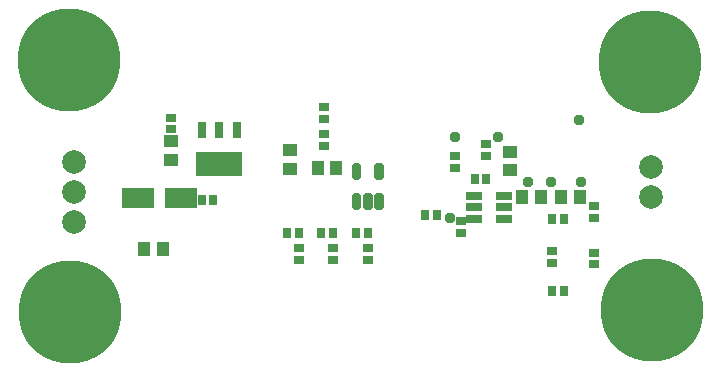
<source format=gbr>
G04 EAGLE Gerber RS-274X export*
G75*
%MOMM*%
%FSLAX34Y34*%
%LPD*%
%INSoldermask Top*%
%IPPOS*%
%AMOC8*
5,1,8,0,0,1.08239X$1,22.5*%
G01*
G04 Define Apertures*
%ADD10R,0.832300X0.763200*%
%ADD11R,0.847200X0.738300*%
%ADD12R,1.001900X1.177100*%
%ADD13R,0.738300X0.847200*%
%ADD14R,1.315100X0.794700*%
%ADD15C,0.499716*%
%ADD16R,0.711200X1.447800*%
%ADD17R,4.013200X2.133600*%
%ADD18C,2.003200*%
%ADD19C,3.403200*%
%ADD20C,8.703200*%
%ADD21R,0.763200X0.832300*%
%ADD22R,1.103200X1.173400*%
%ADD23R,1.135800X1.173400*%
%ADD24R,1.173400X1.103200*%
%ADD25R,1.173400X1.135800*%
%ADD26R,2.803200X1.803200*%
%ADD27R,1.177100X1.001900*%
%ADD28C,0.959600*%
D10*
X269240Y356636D03*
X269240Y346944D03*
X384810Y250424D03*
X384810Y260116D03*
X139700Y347746D03*
X139700Y338054D03*
D11*
X379730Y304805D03*
X379730Y314955D03*
D12*
X436348Y280670D03*
X452652Y280670D03*
D13*
X354335Y265430D03*
X364485Y265430D03*
D14*
X421538Y262280D03*
X421538Y271780D03*
X421538Y281280D03*
X396342Y281280D03*
X396342Y271780D03*
X396342Y262280D03*
D12*
X469368Y280670D03*
X485672Y280670D03*
D10*
X462280Y225024D03*
X462280Y234716D03*
X497840Y263124D03*
X497840Y272816D03*
X497840Y223754D03*
X497840Y233446D03*
D13*
X462285Y261620D03*
X472435Y261620D03*
D11*
X269240Y334005D03*
X269240Y323855D03*
D13*
X472025Y200660D03*
X461875Y200660D03*
D15*
X298038Y272442D02*
X298038Y281578D01*
X298038Y272442D02*
X295102Y272442D01*
X295102Y281578D01*
X298038Y281578D01*
X298038Y277189D02*
X295102Y277189D01*
X307538Y281578D02*
X307538Y272442D01*
X304602Y272442D01*
X304602Y281578D01*
X307538Y281578D01*
X307538Y277189D02*
X304602Y277189D01*
X317038Y281578D02*
X317038Y272442D01*
X314102Y272442D01*
X314102Y281578D01*
X317038Y281578D01*
X317038Y277189D02*
X314102Y277189D01*
X317038Y297542D02*
X317038Y306678D01*
X317038Y297542D02*
X314102Y297542D01*
X314102Y306678D01*
X317038Y306678D01*
X317038Y302289D02*
X314102Y302289D01*
X298038Y306678D02*
X298038Y297542D01*
X295102Y297542D01*
X295102Y306678D01*
X298038Y306678D01*
X298038Y302289D02*
X295102Y302289D01*
D16*
X195326Y337566D03*
X180340Y337566D03*
X165354Y337566D03*
D17*
X180340Y308610D03*
D18*
X546100Y280670D03*
X546100Y306070D03*
X57150Y309880D03*
X57150Y259080D03*
X57150Y284480D03*
D19*
X546350Y184740D03*
D20*
X546350Y184740D03*
D19*
X545080Y394970D03*
D20*
X545080Y394970D03*
D19*
X52660Y396240D03*
D20*
X52660Y396240D03*
D19*
X53930Y183470D03*
D20*
X53930Y183470D03*
D12*
X132612Y236220D03*
X116308Y236220D03*
D10*
X247650Y227564D03*
X247650Y237256D03*
D13*
X247645Y250190D03*
X237495Y250190D03*
D21*
X396474Y295910D03*
X406166Y295910D03*
D11*
X406400Y325115D03*
X406400Y314965D03*
D22*
X263929Y304800D03*
D23*
X279468Y304800D03*
D24*
X139700Y312189D03*
D25*
X139700Y327728D03*
D24*
X426720Y303299D03*
D25*
X426720Y318838D03*
D26*
X111540Y279400D03*
X147540Y279400D03*
D21*
X175026Y278130D03*
X165334Y278130D03*
D27*
X240030Y304268D03*
X240030Y320572D03*
D10*
X276860Y227564D03*
X276860Y237256D03*
D13*
X276855Y250190D03*
X266705Y250190D03*
D10*
X306070Y227564D03*
X306070Y237256D03*
D13*
X306065Y250190D03*
X295915Y250190D03*
D28*
X485140Y345440D03*
X379730Y331470D03*
X441960Y293370D03*
X375920Y262890D03*
X486410Y293370D03*
X461010Y293370D03*
X416560Y331470D03*
M02*

</source>
